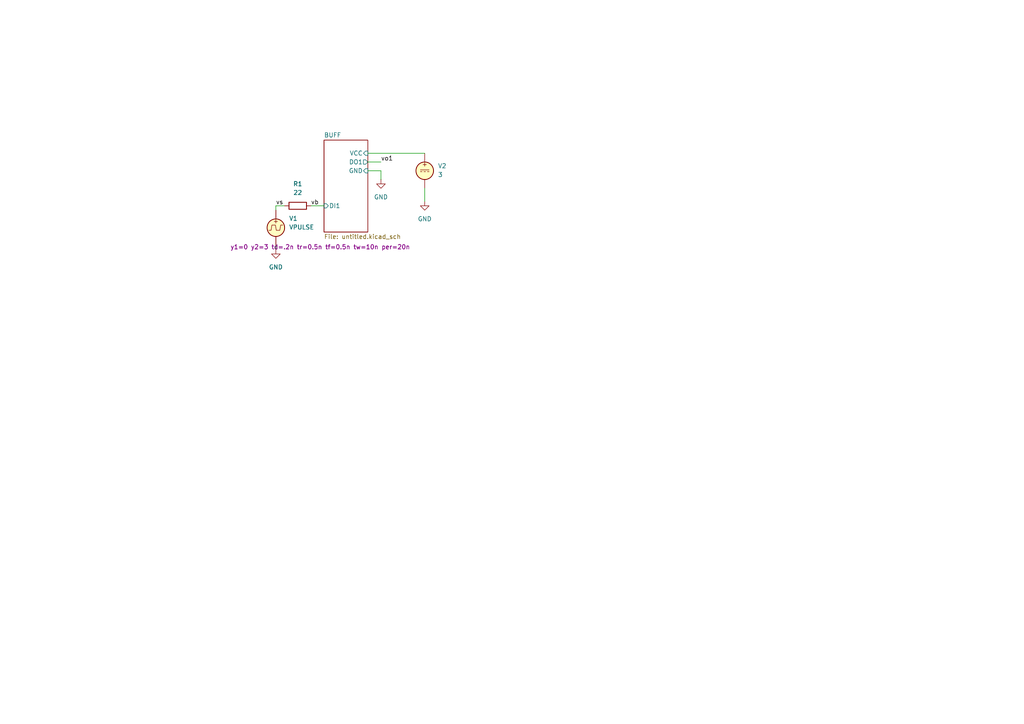
<source format=kicad_sch>
(kicad_sch (version 20231120) (generator "eeschema") (generator_version "8.0")
  (paper "A4")
  (lib_symbols
    (symbol "Device:R" (pin_numbers hide) (pin_names (offset 0))
      (property "Reference" "R" (at 2.032 0 90))
      (property "Value" "R" (at 0 0 90))
      (symbol "R_0_1"
        (rectangle (start -1.016 -2.54) (end 1.016 2.54) (stroke (width 0.254)))
      )
      (symbol "R_1_1"
        (pin passive line (at 0 3.81 270) (length 1.27) (name "~") (number "1"))
        (pin passive line (at 0 -3.81 90) (length 1.27) (name "~") (number "2"))
      )
    )
    (symbol "Simulation_SPICE:VDC" (pin_numbers hide) (pin_names (offset 0.0254))
      (property "Reference" "V" (at 2.54 2.54 0))
      (property "Value" "1" (at 2.54 0 0))
      (symbol "VDC_0_0"
        (polyline (pts (xy -1.27 0.254) (xy 1.27 0.254)))
        (polyline (pts (xy -0.762 -0.254) (xy -1.27 -0.254)))
        (polyline (pts (xy 0.254 -0.254) (xy -0.254 -0.254)))
        (polyline (pts (xy 1.27 -0.254) (xy 0.762 -0.254)))
        (text "+" (at 0 1.905 0) (effects (font (size 1.27 1.27))))
      )
      (symbol "VDC_0_1"
        (circle (center 0 0) (radius 2.54) (stroke (width 0.254)) (fill (type background)))
      )
      (symbol "VDC_1_1"
        (pin passive line (at 0 5.08 270) (length 2.54) (name "~") (number "1"))
        (pin passive line (at 0 -5.08 90) (length 2.54) (name "~") (number "2"))
      )
    )
    (symbol "Simulation_SPICE:VPULSE" (pin_numbers hide) (pin_names (offset 0.0254))
      (property "Reference" "V" (at 2.54 2.54 0))
      (property "Value" "VPULSE" (at 2.54 0 0))
      (property "Sim.Params" "y1=0 y2=1 td=2n tr=2n tf=2n tw=50n per=100n" (at 2.54 -2.54 0))
      (symbol "VPULSE_0_0"
        (polyline (pts (xy -2.032 -0.762) (xy -1.397 -0.762) (xy -1.143 0.762) (xy -0.127 0.762) (xy 0.127 -0.762) (xy 1.143 -0.762) (xy 1.397 0.762) (xy 2.032 0.762)))
        (text "+" (at 0 1.905 0) (effects (font (size 1.27 1.27))))
      )
      (symbol "VPULSE_0_1"
        (circle (center 0 0) (radius 2.54) (stroke (width 0.254)) (fill (type background)))
      )
      (symbol "VPULSE_1_1"
        (pin passive line (at 0 5.08 270) (length 2.54) (name "~") (number "1"))
        (pin passive line (at 0 -5.08 90) (length 2.54) (name "~") (number "2"))
      )
    )
    (symbol "power:GND" (power) (pin_numbers hide) (pin_names (offset 0) hide)
      (property "Value" "GND" (at 0 -3.81 0))
      (symbol "GND_0_1"
        (polyline (pts (xy 0 0) (xy 0 -1.27) (xy 1.27 -1.27) (xy 0 -2.54) (xy -1.27 -1.27) (xy 0 -1.27)))
      )
      (symbol "GND_1_1"
        (pin power_in line (at 0 0 270) (length 0) (name "~") (number "1"))
      )
    )
  )
  (wire (pts (xy 106.68 46.99) (xy 110.49 46.99)))
  (wire (pts (xy 80.01 71.12) (xy 80.01 72.39)))
  (wire (pts (xy 106.68 49.53) (xy 110.49 49.53)))
  (wire (pts (xy 106.68 44.45) (xy 123.19 44.45)))
  (wire (pts (xy 110.49 49.53) (xy 110.49 52.07)))
  (wire (pts (xy 80.01 60.96) (xy 80.01 59.69)))
  (wire (pts (xy 90.17 59.69) (xy 93.98 59.69)))
  (wire (pts (xy 123.19 54.61) (xy 123.19 58.42)))
  (wire (pts (xy 80.01 59.69) (xy 82.55 59.69)))
  (label "vo1" (at 110.49 46.99 0))
  (label "vs" (at 80.01 59.69 0))
  (label "vb" (at 90.17 59.69 0))
  (symbol (lib_id "power:GND") (at 123.19 58.42 0) (unit 1)
    (property "Reference" "#PWR04" (effects (hide yes)))
    (property "Value" "GND" (at 123.19 63.5 0))
    (property "Description" "Power symbol creates a global label with name \"GND\" , ground" (effects (hide yes)))
  )
  (symbol (lib_id "Simulation_SPICE:VPULSE") (at 80.01 66.04 0) (unit 1)
    (property "Reference" "V1" (at 83.82 63.3701 0) (effects (justify left)))
    (property "Value" "VPULSE" (at 83.82 65.9101 0) (effects (justify left)))
    (property "Datasheet" "https://ngspice.sourceforge.io/docs/ngspice-html-manual/manual.xhtml#sec_Independent_Sources_for" (effects (hide yes)))
    (property "Description" "Voltage source, pulse" (effects (hide yes)))
    (property "Sim.Pins" "1=+ 2=-" (effects (hide yes)))
    (property "Sim.Type" "PULSE" (effects (hide yes)))
    (property "Sim.Device" "V" (effects (hide yes)))
    (property "Sim.Params" "y1=0 y2=3 td=.2n tr=0.5n tf=0.5n tw=10n per=20n" (at 66.802 71.628 0) (effects (justify left)))
  )
  (symbol (lib_id "Device:R") (at 86.36 59.69 90) (unit 1)
    (property "Reference" "R1" (at 86.36 53.34 90))
    (property "Value" "22" (at 86.36 55.88 90))
    (property "Description" "Resistor" (effects (hide yes)))
  )
  (symbol (lib_id "power:GND") (at 80.01 72.39 0) (unit 1)
    (property "Reference" "#PWR03" (effects (hide yes)))
    (property "Value" "GND" (at 80.01 77.47 0))
    (property "Description" "Power symbol creates a global label with name \"GND\" , ground" (effects (hide yes)))
  )
  (symbol (lib_id "Simulation_SPICE:VDC") (at 123.19 49.53 0) (unit 1)
    (property "Reference" "V2" (at 127 48.1301 0) (effects (justify left)))
    (property "Value" "3" (at 127 50.6701 0) (effects (justify left)))
    (property "Datasheet" "https://ngspice.sourceforge.io/docs/ngspice-html-manual/manual.xhtml#sec_Independent_Sources_for" (effects (hide yes)))
    (property "Description" "Voltage source, DC" (effects (hide yes)))
    (property "Sim.Pins" "1=+ 2=-" (effects (hide yes)))
    (property "Sim.Type" "DC" (effects (hide yes)))
    (property "Sim.Device" "V" (effects (hide yes)))
  )
  (symbol (lib_id "power:GND") (at 110.49 52.07 0) (unit 1)
    (property "Reference" "#PWR01" (effects (hide yes)))
    (property "Value" "GND" (at 110.49 57.15 0))
    (property "Description" "Power symbol creates a global label with name \"GND\" , ground" (effects (hide yes)))
  )
  (sheet (at 93.98 40.64) (size 12.7 26.67) (stroke (width 0.1524))
    (property "Sheetname" "BUFF" (at 93.98 39.9284 0) (effects (justify left bottom)))
    (property "Sheetfile" "untitled.kicad_sch" (at 93.98 67.8946 0) (effects (justify left top)))
    (pin "VCC" input (at 106.68 44.45 0))
    (pin "GND" input (at 106.68 49.53 0))
    (pin "DI1" input (at 93.98 59.69 180))
    (pin "DO1" output (at 106.68 46.99 0))
  )
)
</source>
